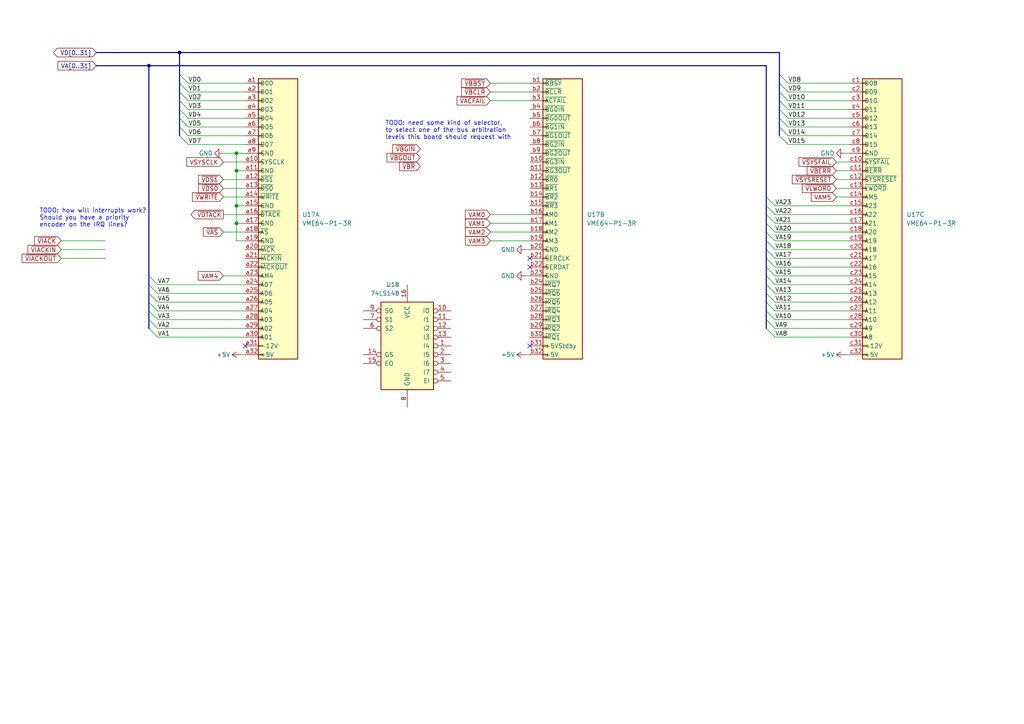
<source format=kicad_sch>
(kicad_sch (version 20231120) (generator "eeschema") (generator_version "8.0")
  (paper "A4")
  (title_block (title "k30-VME32") (rev "1"))
  (lib_symbols
    (symbol "74xx:74LS148" (pin_names (offset 1.016))
      (property "Reference" "U" (at -7.62 13.97 0))
      (property "Value" "74LS148" (at -7.62 -13.97 0))
      (symbol "74LS148_1_0"
        (pin input inverted (at -12.7 0 0) (length 5.08) (name "I4") (number "1"))
        (pin input inverted (at -12.7 10.16 0) (length 5.08) (name "IO") (number "10"))
        (pin input inverted (at -12.7 7.62 0) (length 5.08) (name "I1") (number "11"))
        (pin input inverted (at -12.7 5.08 0) (length 5.08) (name "I2") (number "12"))
        (pin input inverted (at -12.7 2.54 0) (length 5.08) (name "I3") (number "13"))
        (pin output inverted (at 12.7 -2.54 180) (length 5.08) (name "GS") (number "14"))
        (pin output inverted (at 12.7 -5.08 180) (length 5.08) (name "EO") (number "15"))
        (pin power_in line (at 0 17.78 270) (length 5.08) (name "VCC") (number "16"))
        (pin input inverted (at -12.7 -2.54 0) (length 5.08) (name "I5") (number "2"))
        (pin input inverted (at -12.7 -5.08 0) (length 5.08) (name "I6") (number "3"))
        (pin input inverted (at -12.7 -7.62 0) (length 5.08) (name "I7") (number "4"))
        (pin input inverted (at -12.7 -10.16 0) (length 5.08) (name "EI") (number "5"))
        (pin output inverted (at 12.7 5.08 180) (length 5.08) (name "S2") (number "6"))
        (pin output inverted (at 12.7 7.62 180) (length 5.08) (name "S1") (number "7"))
        (pin power_in line (at 0 -17.78 90) (length 5.08) (name "GND") (number "8"))
        (pin output inverted (at 12.7 10.16 180) (length 5.08) (name "S0") (number "9"))
      )
      (symbol "74LS148_1_1"
        (rectangle (start -7.62 12.7) (end 7.62 -12.7) (stroke (width 0.254)) (fill (type background)))
      )
    )
    (symbol "Computie_Connectors:VME64-P1-3R"
      (property "Reference" "U" (at 0 40.64 0))
      (property "Value" "VME64-P1-3R" (at 0 40.64 0))
      (symbol "VME64-P1-3R_1_1"
        (rectangle (start -1.27 -40.513) (end 0 -40.767) (stroke (width 0.1524)))
        (rectangle (start -1.27 -37.973) (end 0 -38.227) (stroke (width 0.1524)))
        (rectangle (start -1.27 -35.433) (end 0 -35.687) (stroke (width 0.1524)))
        (rectangle (start -1.27 -32.893) (end 0 -33.147) (stroke (width 0.1524)))
        (rectangle (start -1.27 -30.353) (end 0 -30.607) (stroke (width 0.1524)))
        (rectangle (start -1.27 -27.813) (end 0 -28.067) (stroke (width 0.1524)))
        (rectangle (start -1.27 -25.273) (end 0 -25.527) (stroke (width 0.1524)))
        (rectangle (start -1.27 -22.733) (end 0 -22.987) (stroke (width 0.1524)))
        (rectangle (start -1.27 -20.193) (end 0 -20.447) (stroke (width 0.1524)))
        (rectangle (start -1.27 -17.653) (end 0 -17.907) (stroke (width 0.1524)))
        (rectangle (start -1.27 -15.113) (end 0 -15.367) (stroke (width 0.1524)))
        (rectangle (start -1.27 -12.573) (end 0 -12.827) (stroke (width 0.1524)))
        (rectangle (start -1.27 -10.033) (end 0 -10.287) (stroke (width 0.1524)))
        (rectangle (start -1.27 -7.493) (end 0 -7.747) (stroke (width 0.1524)))
        (rectangle (start -1.27 -4.953) (end 0 -5.207) (stroke (width 0.1524)))
        (rectangle (start -1.27 -2.413) (end 0 -2.667) (stroke (width 0.1524)))
        (rectangle (start -1.27 0.127) (end 0 -0.127) (stroke (width 0.1524)))
        (rectangle (start -1.27 2.667) (end 0 2.413) (stroke (width 0.1524)))
        (rectangle (start -1.27 5.207) (end 0 4.953) (stroke (width 0.1524)))
        (rectangle (start -1.27 7.747) (end 0 7.493) (stroke (width 0.1524)))
        (rectangle (start -1.27 10.287) (end 0 10.033) (stroke (width 0.1524)))
        (rectangle (start -1.27 12.827) (end 0 12.573) (stroke (width 0.1524)))
        (rectangle (start -1.27 15.367) (end 0 15.113) (stroke (width 0.1524)))
        (rectangle (start -1.27 17.907) (end 0 17.653) (stroke (width 0.1524)))
        (rectangle (start -1.27 20.447) (end 0 20.193) (stroke (width 0.1524)))
        (rectangle (start -1.27 22.987) (end 0 22.733) (stroke (width 0.1524)))
        (rectangle (start -1.27 25.527) (end 0 25.273) (stroke (width 0.1524)))
        (rectangle (start -1.27 28.067) (end 0 27.813) (stroke (width 0.1524)))
        (rectangle (start -1.27 30.607) (end 0 30.353) (stroke (width 0.1524)))
        (rectangle (start -1.27 33.147) (end 0 32.893) (stroke (width 0.1524)))
        (rectangle (start -1.27 35.687) (end 0 35.433) (stroke (width 0.1524)))
        (rectangle (start -1.27 38.227) (end 0 37.973) (stroke (width 0.1524)))
        (rectangle (start -1.27 39.37) (end 10.16 -41.91) (stroke (width 0.254)) (fill (type background)))
        (pin bidirectional line (at -5.08 38.1 0) (length 3.81) (name "D00") (number "a1"))
        (pin output line (at -5.08 15.24 0) (length 3.81) (name "SYSCLK") (number "a10"))
        (pin power_out line (at -5.08 12.7 0) (length 3.81) (name "GND") (number "a11"))
        (pin bidirectional line (at -5.08 10.16 0) (length 3.81) (name "~{DS1}") (number "a12"))
        (pin bidirectional line (at -5.08 7.62 0) (length 3.81) (name "~{DS0}") (number "a13"))
        (pin bidirectional line (at -5.08 5.08 0) (length 3.81) (name "~{WRITE}") (number "a14"))
        (pin power_out line (at -5.08 2.54 0) (length 3.81) (name "GND") (number "a15"))
        (pin bidirectional line (at -5.08 0 0) (length 3.81) (name "~{DTACK}") (number "a16"))
        (pin power_out line (at -5.08 -2.54 0) (length 3.81) (name "GND") (number "a17"))
        (pin bidirectional line (at -5.08 -5.08 0) (length 3.81) (name "~{AS}") (number "a18"))
        (pin power_out line (at -5.08 -7.62 0) (length 3.81) (name "GND") (number "a19"))
        (pin bidirectional line (at -5.08 35.56 0) (length 3.81) (name "D01") (number "a2"))
        (pin bidirectional line (at -5.08 -10.16 0) (length 3.81) (name "~{IACK}") (number "a20"))
        (pin input line (at -5.08 -12.7 0) (length 3.81) (name "~{IACKIN}") (number "a21"))
        (pin output line (at -5.08 -15.24 0) (length 3.81) (name "~{IACKOUT}") (number "a22"))
        (pin bidirectional line (at -5.08 -17.78 0) (length 3.81) (name "AM4") (number "a23"))
        (pin bidirectional line (at -5.08 -20.32 0) (length 3.81) (name "A07") (number "a24"))
        (pin bidirectional line (at -5.08 -22.86 0) (length 3.81) (name "A06") (number "a25"))
        (pin bidirectional line (at -5.08 -25.4 0) (length 3.81) (name "A05") (number "a26"))
        (pin bidirectional line (at -5.08 -27.94 0) (length 3.81) (name "A04") (number "a27"))
        (pin bidirectional line (at -5.08 -30.48 0) (length 3.81) (name "A03") (number "a28"))
        (pin bidirectional line (at -5.08 -33.02 0) (length 3.81) (name "A02") (number "a29"))
        (pin bidirectional line (at -5.08 33.02 0) (length 3.81) (name "D02") (number "a3"))
        (pin bidirectional line (at -5.08 -35.56 0) (length 3.81) (name "A01") (number "a30"))
        (pin power_out line (at -5.08 -38.1 0) (length 3.81) (name "-12V") (number "a31"))
        (pin power_out line (at -5.08 -40.64 0) (length 3.81) (name "+5V") (number "a32"))
        (pin bidirectional line (at -5.08 30.48 0) (length 3.81) (name "D03") (number "a4"))
        (pin bidirectional line (at -5.08 27.94 0) (length 3.81) (name "D04") (number "a5"))
        (pin bidirectional line (at -5.08 25.4 0) (length 3.81) (name "D05") (number "a6"))
        (pin bidirectional line (at -5.08 22.86 0) (length 3.81) (name "D06") (number "a7"))
        (pin bidirectional line (at -5.08 20.32 0) (length 3.81) (name "D07") (number "a8"))
        (pin power_out line (at -5.08 17.78 0) (length 3.81) (name "GND") (number "a9"))
      )
      (symbol "VME64-P1-3R_2_1"
        (rectangle (start -1.27 -40.513) (end 0 -40.767) (stroke (width 0.1524)))
        (rectangle (start -1.27 -37.973) (end 0 -38.227) (stroke (width 0.1524)))
        (rectangle (start -1.27 -35.433) (end 0 -35.687) (stroke (width 0.1524)))
        (rectangle (start -1.27 -32.893) (end 0 -33.147) (stroke (width 0.1524)))
        (rectangle (start -1.27 -30.353) (end 0 -30.607) (stroke (width 0.1524)))
        (rectangle (start -1.27 -27.813) (end 0 -28.067) (stroke (width 0.1524)))
        (rectangle (start -1.27 -25.273) (end 0 -25.527) (stroke (width 0.1524)))
        (rectangle (start -1.27 -22.733) (end 0 -22.987) (stroke (width 0.1524)))
        (rectangle (start -1.27 -20.193) (end 0 -20.447) (stroke (width 0.1524)))
        (rectangle (start -1.27 -17.653) (end 0 -17.907) (stroke (width 0.1524)))
        (rectangle (start -1.27 -15.113) (end 0 -15.367) (stroke (width 0.1524)))
        (rectangle (start -1.27 -12.573) (end 0 -12.827) (stroke (width 0.1524)))
        (rectangle (start -1.27 -10.033) (end 0 -10.287) (stroke (width 0.1524)))
        (rectangle (start -1.27 -7.493) (end 0 -7.747) (stroke (width 0.1524)))
        (rectangle (start -1.27 -4.953) (end 0 -5.207) (stroke (width 0.1524)))
        (rectangle (start -1.27 -2.413) (end 0 -2.667) (stroke (width 0.1524)))
        (rectangle (start -1.27 0.127) (end 0 -0.127) (stroke (width 0.1524)))
        (rectangle (start -1.27 2.667) (end 0 2.413) (stroke (width 0.1524)))
        (rectangle (start -1.27 5.207) (end 0 4.953) (stroke (width 0.1524)))
        (rectangle (start -1.27 7.747) (end 0 7.493) (stroke (width 0.1524)))
        (rectangle (start -1.27 10.287) (end 0 10.033) (stroke (width 0.1524)))
        (rectangle (start -1.27 12.827) (end 0 12.573) (stroke (width 0.1524)))
        (rectangle (start -1.27 15.367) (end 0 15.113) (stroke (width 0.1524)))
        (rectangle (start -1.27 17.907) (end 0 17.653) (stroke (width 0.1524)))
        (rectangle (start -1.27 20.447) (end 0 20.193) (stroke (width 0.1524)))
        (rectangle (start -1.27 22.987) (end 0 22.733) (stroke (width 0.1524)))
        (rectangle (start -1.27 25.527) (end 0 25.273) (stroke (width 0.1524)))
        (rectangle (start -1.27 28.067) (end 0 27.813) (stroke (width 0.1524)))
        (rectangle (start -1.27 30.607) (end 0 30.353) (stroke (width 0.1524)))
        (rectangle (start -1.27 33.147) (end 0 32.893) (stroke (width 0.1524)))
        (rectangle (start -1.27 35.687) (end 0 35.433) (stroke (width 0.1524)))
        (rectangle (start -1.27 38.227) (end 0 37.973) (stroke (width 0.1524)))
        (rectangle (start -1.27 39.37) (end 10.16 -41.91) (stroke (width 0.254)) (fill (type background)))
        (pin bidirectional line (at -5.08 38.1 0) (length 3.81) (name "~{BBSY}") (number "b1"))
        (pin input line (at -5.08 15.24 0) (length 3.81) (name "~{BG3IN}") (number "b10"))
        (pin output line (at -5.08 12.7 0) (length 3.81) (name "~{BG3OUT}") (number "b11"))
        (pin bidirectional line (at -5.08 10.16 0) (length 3.81) (name "~{BR0}") (number "b12"))
        (pin bidirectional line (at -5.08 7.62 0) (length 3.81) (name "~{BR1}") (number "b13"))
        (pin bidirectional line (at -5.08 5.08 0) (length 3.81) (name "~{BR2}") (number "b14"))
        (pin bidirectional line (at -5.08 2.54 0) (length 3.81) (name "~{BR3}") (number "b15"))
        (pin bidirectional line (at -5.08 0 0) (length 3.81) (name "AM0") (number "b16"))
        (pin bidirectional line (at -5.08 -2.54 0) (length 3.81) (name "AM1") (number "b17"))
        (pin bidirectional line (at -5.08 -5.08 0) (length 3.81) (name "AM2") (number "b18"))
        (pin bidirectional line (at -5.08 -7.62 0) (length 3.81) (name "AM3") (number "b19"))
        (pin bidirectional line (at -5.08 35.56 0) (length 3.81) (name "~{BCLR}") (number "b2"))
        (pin power_out line (at -5.08 -10.16 0) (length 3.81) (name "GND") (number "b20"))
        (pin bidirectional line (at -5.08 -12.7 0) (length 3.81) (name "SERCLK") (number "b21"))
        (pin bidirectional line (at -5.08 -15.24 0) (length 3.81) (name "SERDAT") (number "b22"))
        (pin power_out line (at -5.08 -17.78 0) (length 3.81) (name "GND") (number "b23"))
        (pin bidirectional line (at -5.08 -20.32 0) (length 3.81) (name "~{IRQ7}") (number "b24"))
        (pin bidirectional line (at -5.08 -22.86 0) (length 3.81) (name "~{IRQ6}") (number "b25"))
        (pin bidirectional line (at -5.08 -25.4 0) (length 3.81) (name "~{IRQ5}") (number "b26"))
        (pin bidirectional line (at -5.08 -27.94 0) (length 3.81) (name "~{IRQ4}") (number "b27"))
        (pin bidirectional line (at -5.08 -30.48 0) (length 3.81) (name "~{IRQ3}") (number "b28"))
        (pin bidirectional line (at -5.08 -33.02 0) (length 3.81) (name "~{IRQ2}") (number "b29"))
        (pin output line (at -5.08 33.02 0) (length 3.81) (name "~{ACFAIL}") (number "b3"))
        (pin bidirectional line (at -5.08 -35.56 0) (length 3.81) (name "~{IRQ1}") (number "b30"))
        (pin power_out line (at -5.08 -38.1 0) (length 3.81) (name "+5VStdby") (number "b31"))
        (pin power_out line (at -5.08 -40.64 0) (length 3.81) (name "+5V") (number "b32"))
        (pin input line (at -5.08 30.48 0) (length 3.81) (name "~{BG0IN}") (number "b4"))
        (pin output line (at -5.08 27.94 0) (length 3.81) (name "~{BG0OUT}") (number "b5"))
        (pin input line (at -5.08 25.4 0) (length 3.81) (name "~{BG1IN}") (number "b6"))
        (pin output line (at -5.08 22.86 0) (length 3.81) (name "~{BG1OUT}") (number "b7"))
        (pin input line (at -5.08 20.32 0) (length 3.81) (name "~{BG2IN}") (number "b8"))
        (pin output line (at -5.08 17.78 0) (length 3.81) (name "~{BG2OUT}") (number "b9"))
      )
      (symbol "VME64-P1-3R_3_1"
        (rectangle (start -1.27 -40.513) (end 0 -40.767) (stroke (width 0.1524)))
        (rectangle (start -1.27 -37.973) (end 0 -38.227) (stroke (width 0.1524)))
        (rectangle (start -1.27 -35.433) (end 0 -35.687) (stroke (width 0.1524)))
        (rectangle (start -1.27 -32.893) (end 0 -33.147) (stroke (width 0.1524)))
        (rectangle (start -1.27 -30.353) (end 0 -30.607) (stroke (width 0.1524)))
        (rectangle (start -1.27 -27.813) (end 0 -28.067) (stroke (width 0.1524)))
        (rectangle (start -1.27 -25.273) (end 0 -25.527) (stroke (width 0.1524)))
        (rectangle (start -1.27 -22.733) (end 0 -22.987) (stroke (width 0.1524)))
        (rectangle (start -1.27 -20.193) (end 0 -20.447) (stroke (width 0.1524)))
        (rectangle (start -1.27 -17.653) (end 0 -17.907) (stroke (width 0.1524)))
        (rectangle (start -1.27 -15.113) (end 0 -15.367) (stroke (width 0.1524)))
        (rectangle (start -1.27 -12.573) (end 0 -12.827) (stroke (width 0.1524)))
        (rectangle (start -1.27 -10.033) (end 0 -10.287) (stroke (width 0.1524)))
        (rectangle (start -1.27 -7.493) (end 0 -7.747) (stroke (width 0.1524)))
        (rectangle (start -1.27 -4.953) (end 0 -5.207) (stroke (width 0.1524)))
        (rectangle (start -1.27 -2.413) (end 0 -2.667) (stroke (width 0.1524)))
        (rectangle (start -1.27 0.127) (end 0 -0.127) (stroke (width 0.1524)))
        (rectangle (start -1.27 2.667) (end 0 2.413) (stroke (width 0.1524)))
        (rectangle (start -1.27 5.207) (end 0 4.953) (stroke (width 0.1524)))
        (rectangle (start -1.27 7.747) (end 0 7.493) (stroke (width 0.1524)))
        (rectangle (start -1.27 10.287) (end 0 10.033) (stroke (width 0.1524)))
        (rectangle (start -1.27 12.827) (end 0 12.573) (stroke (width 0.1524)))
        (rectangle (start -1.27 15.367) (end 0 15.113) (stroke (width 0.1524)))
        (rectangle (start -1.27 17.907) (end 0 17.653) (stroke (width 0.1524)))
        (rectangle (start -1.27 20.447) (end 0 20.193) (stroke (width 0.1524)))
        (rectangle (start -1.27 22.987) (end 0 22.733) (stroke (width 0.1524)))
        (rectangle (start -1.27 25.527) (end 0 25.273) (stroke (width 0.1524)))
        (rectangle (start -1.27 28.067) (end 0 27.813) (stroke (width 0.1524)))
        (rectangle (start -1.27 30.607) (end 0 30.353) (stroke (width 0.1524)))
        (rectangle (start -1.27 33.147) (end 0 32.893) (stroke (width 0.1524)))
        (rectangle (start -1.27 35.687) (end 0 35.433) (stroke (width 0.1524)))
        (rectangle (start -1.27 38.227) (end 0 37.973) (stroke (width 0.1524)))
        (rectangle (start -1.27 39.37) (end 10.16 -41.91) (stroke (width 0.254)) (fill (type background)))
        (pin bidirectional line (at -5.08 38.1 0) (length 3.81) (name "D08") (number "c1"))
        (pin bidirectional line (at -5.08 15.24 0) (length 3.81) (name "~{SYSFAIL}") (number "c10"))
        (pin bidirectional line (at -5.08 12.7 0) (length 3.81) (name "~{BERR}") (number "c11"))
        (pin bidirectional line (at -5.08 10.16 0) (length 3.81) (name "~{SYSRESET}") (number "c12"))
        (pin bidirectional line (at -5.08 7.62 0) (length 3.81) (name "~{LWORD}") (number "c13"))
        (pin bidirectional line (at -5.08 5.08 0) (length 3.81) (name "AM5") (number "c14"))
        (pin bidirectional line (at -5.08 2.54 0) (length 3.81) (name "A23") (number "c15"))
        (pin bidirectional line (at -5.08 0 0) (length 3.81) (name "A22") (number "c16"))
        (pin bidirectional line (at -5.08 -2.54 0) (length 3.81) (name "A21") (number "c17"))
        (pin bidirectional line (at -5.08 -5.08 0) (length 3.81) (name "A20") (number "c18"))
        (pin bidirectional line (at -5.08 -7.62 0) (length 3.81) (name "A19") (number "c19"))
        (pin bidirectional line (at -5.08 35.56 0) (length 3.81) (name "D09") (number "c2"))
        (pin bidirectional line (at -5.08 -10.16 0) (length 3.81) (name "A18") (number "c20"))
        (pin bidirectional line (at -5.08 -12.7 0) (length 3.81) (name "A17") (number "c21"))
        (pin bidirectional line (at -5.08 -15.24 0) (length 3.81) (name "A16") (number "c22"))
        (pin bidirectional line (at -5.08 -17.78 0) (length 3.81) (name "A15") (number "c23"))
        (pin bidirectional line (at -5.08 -20.32 0) (length 3.81) (name "A14") (number "c24"))
        (pin bidirectional line (at -5.08 -22.86 0) (length 3.81) (name "A13") (number "c25"))
        (pin bidirectional line (at -5.08 -25.4 0) (length 3.81) (name "A12") (number "c26"))
        (pin bidirectional line (at -5.08 -27.94 0) (length 3.81) (name "A11") (number "c27"))
        (pin bidirectional line (at -5.08 -30.48 0) (length 3.81) (name "A10") (number "c28"))
        (pin bidirectional line (at -5.08 -33.02 0) (length 3.81) (name "A9") (number "c29"))
        (pin bidirectional line (at -5.08 33.02 0) (length 3.81) (name "D10") (number "c3"))
        (pin bidirectional line (at -5.08 -35.56 0) (length 3.81) (name "A8") (number "c30"))
        (pin power_out line (at -5.08 -38.1 0) (length 3.81) (name "+12V") (number "c31"))
        (pin power_out line (at -5.08 -40.64 0) (length 3.81) (name "+5V") (number "c32"))
        (pin bidirectional line (at -5.08 30.48 0) (length 3.81) (name "D11") (number "c4"))
        (pin bidirectional line (at -5.08 27.94 0) (length 3.81) (name "D12") (number "c5"))
        (pin bidirectional line (at -5.08 25.4 0) (length 3.81) (name "D13") (number "c6"))
        (pin bidirectional line (at -5.08 22.86 0) (length 3.81) (name "D14") (number "c7"))
        (pin bidirectional line (at -5.08 20.32 0) (length 3.81) (name "D15") (number "c8"))
        (pin power_out line (at -5.08 17.78 0) (length 3.81) (name "GND") (number "c9"))
      )
    )
    (symbol "power:+5V" (power) (pin_names (offset 0))
      (property "Value" "+5V" (at 0 3.556 0))
      (symbol "+5V_0_1"
        (polyline (pts (xy -0.762 1.27) (xy 0 2.54)))
        (polyline (pts (xy 0 0) (xy 0 2.54)))
        (polyline (pts (xy 0 2.54) (xy 0.762 1.27)))
      )
      (symbol "+5V_1_1"
        (pin power_in line (at 0 0 90) (length 0) hide (name "+5V") (number "1"))
      )
    )
    (symbol "power:GND" (power) (pin_names (offset 0))
      (property "Value" "GND" (at 0 -3.81 0))
      (symbol "GND_0_1"
        (polyline (pts (xy 0 0) (xy 0 -1.27) (xy 1.27 -1.27) (xy 0 -2.54) (xy -1.27 -1.27) (xy 0 -1.27)))
      )
      (symbol "GND_1_1"
        (pin power_in line (at 0 0 270) (length 0) hide (name "GND") (number "1"))
      )
    )
  )
  (junction (at 68.58 59.69))
  (junction (at 68.58 64.77))
  (junction (at 68.58 49.53))
  (junction (at 68.58 44.45))
  (junction (at 52.07 15.24))
  (junction (at 43.18 19.05))
  (no_connect (at 153.67 77.47))
  (no_connect (at 71.12 100.33))
  (no_connect (at 153.67 100.33))
  (no_connect (at 153.67 74.93))
  (bus_entry (at 228.6 24.13) (size -2.54 -2.54))
  (bus_entry (at 228.6 41.91) (size -2.54 -2.54))
  (bus_entry (at 54.61 36.83) (size -2.54 -2.54))
  (bus_entry (at 45.72 85.09) (size -2.54 -2.54))
  (bus_entry (at 45.72 95.25) (size -2.54 -2.54))
  (bus_entry (at 224.79 62.23) (size -2.54 -2.54))
  (bus_entry (at 224.79 90.17) (size -2.54 -2.54))
  (bus_entry (at 45.72 82.55) (size -2.54 -2.54))
  (bus_entry (at 224.79 59.69) (size -2.54 -2.54))
  (bus_entry (at 224.79 95.25) (size -2.54 -2.54))
  (bus_entry (at 224.79 74.93) (size -2.54 -2.54))
  (bus_entry (at 224.79 64.77) (size -2.54 -2.54))
  (bus_entry (at 228.6 39.37) (size -2.54 -2.54))
  (bus_entry (at 224.79 69.85) (size -2.54 -2.54))
  (bus_entry (at 228.6 34.29) (size -2.54 -2.54))
  (bus_entry (at 224.79 67.31) (size -2.54 -2.54))
  (bus_entry (at 45.72 92.71) (size -2.54 -2.54))
  (bus_entry (at 54.61 24.13) (size -2.54 -2.54))
  (bus_entry (at 228.6 29.21) (size -2.54 -2.54))
  (bus_entry (at 54.61 39.37) (size -2.54 -2.54))
  (bus_entry (at 224.79 97.79) (size -2.54 -2.54))
  (bus_entry (at 54.61 41.91) (size -2.54 -2.54))
  (bus_entry (at 45.72 87.63) (size -2.54 -2.54))
  (bus_entry (at 54.61 31.75) (size -2.54 -2.54))
  (bus_entry (at 45.72 90.17) (size -2.54 -2.54))
  (bus_entry (at 54.61 34.29) (size -2.54 -2.54))
  (bus_entry (at 224.79 77.47) (size -2.54 -2.54))
  (bus_entry (at 228.6 36.83) (size -2.54 -2.54))
  (bus_entry (at 224.79 80.01) (size -2.54 -2.54))
  (bus_entry (at 224.79 72.39) (size -2.54 -2.54))
  (bus_entry (at 54.61 26.67) (size -2.54 -2.54))
  (bus_entry (at 224.79 87.63) (size -2.54 -2.54))
  (bus_entry (at 224.79 85.09) (size -2.54 -2.54))
  (bus_entry (at 45.72 97.79) (size -2.54 -2.54))
  (bus_entry (at 228.6 26.67) (size -2.54 -2.54))
  (bus_entry (at 228.6 31.75) (size -2.54 -2.54))
  (bus_entry (at 224.79 92.71) (size -2.54 -2.54))
  (bus_entry (at 54.61 29.21) (size -2.54 -2.54))
  (bus_entry (at 224.79 82.55) (size -2.54 -2.54))
  (wire (pts (xy 54.61 39.37) (xy 71.12 39.37)))
  (wire (pts (xy 64.77 46.99) (xy 71.12 46.99)))
  (wire (pts (xy 69.85 102.87) (xy 71.12 102.87)))
  (wire (pts (xy 68.58 44.45) (xy 68.58 49.53)))
  (wire (pts (xy 224.79 62.23) (xy 246.38 62.23)))
  (bus (pts (xy 222.25 19.05) (xy 222.25 57.15)))
  (bus (pts (xy 226.06 31.75) (xy 226.06 34.29)))
  (wire (pts (xy 71.12 44.45) (xy 68.58 44.45)))
  (wire (pts (xy 142.24 24.13) (xy 153.67 24.13)))
  (wire (pts (xy 64.77 44.45) (xy 68.58 44.45)))
  (bus (pts (xy 52.07 21.59) (xy 52.07 24.13)))
  (wire (pts (xy 68.58 59.69) (xy 71.12 59.69)))
  (bus (pts (xy 222.25 87.63) (xy 222.25 90.17)))
  (bus (pts (xy 222.25 90.17) (xy 222.25 92.71)))
  (bus (pts (xy 222.25 82.55) (xy 222.25 85.09)))
  (wire (pts (xy 242.57 57.15) (xy 246.38 57.15)))
  (wire (pts (xy 228.6 39.37) (xy 246.38 39.37)))
  (wire (pts (xy 224.79 69.85) (xy 246.38 69.85)))
  (wire (pts (xy 224.79 92.71) (xy 246.38 92.71)))
  (wire (pts (xy 68.58 69.85) (xy 71.12 69.85)))
  (wire (pts (xy 224.79 85.09) (xy 246.38 85.09)))
  (bus (pts (xy 52.07 15.24) (xy 52.07 21.59)))
  (wire (pts (xy 224.79 67.31) (xy 246.38 67.31)))
  (wire (pts (xy 224.79 72.39) (xy 246.38 72.39)))
  (wire (pts (xy 30.48 72.39) (xy 17.78 72.39)))
  (bus (pts (xy 222.25 80.01) (xy 222.25 82.55)))
  (wire (pts (xy 245.11 102.87) (xy 246.38 102.87)))
  (wire (pts (xy 242.57 46.99) (xy 246.38 46.99)))
  (bus (pts (xy 27.94 15.24) (xy 52.07 15.24)))
  (bus (pts (xy 222.25 64.77) (xy 222.25 67.31)))
  (bus (pts (xy 52.07 24.13) (xy 52.07 26.67)))
  (wire (pts (xy 64.77 67.31) (xy 71.12 67.31)))
  (wire (pts (xy 68.58 64.77) (xy 68.58 69.85)))
  (wire (pts (xy 228.6 41.91) (xy 246.38 41.91)))
  (bus (pts (xy 43.18 95.25) (xy 43.18 92.71)))
  (wire (pts (xy 64.77 54.61) (xy 71.12 54.61)))
  (wire (pts (xy 228.6 24.13) (xy 246.38 24.13)))
  (wire (pts (xy 45.72 92.71) (xy 71.12 92.71)))
  (wire (pts (xy 242.57 52.07) (xy 246.38 52.07)))
  (bus (pts (xy 52.07 26.67) (xy 52.07 29.21)))
  (wire (pts (xy 45.72 90.17) (xy 71.12 90.17)))
  (wire (pts (xy 45.72 85.09) (xy 71.12 85.09)))
  (wire (pts (xy 54.61 41.91) (xy 71.12 41.91)))
  (wire (pts (xy 64.77 57.15) (xy 71.12 57.15)))
  (wire (pts (xy 142.24 26.67) (xy 153.67 26.67)))
  (wire (pts (xy 152.4 80.01) (xy 153.67 80.01)))
  (wire (pts (xy 228.6 34.29) (xy 246.38 34.29)))
  (bus (pts (xy 43.18 90.17) (xy 43.18 87.63)))
  (bus (pts (xy 226.06 29.21) (xy 226.06 31.75)))
  (wire (pts (xy 142.24 69.85) (xy 153.67 69.85)))
  (wire (pts (xy 224.79 74.93) (xy 246.38 74.93)))
  (bus (pts (xy 222.25 72.39) (xy 222.25 74.93)))
  (wire (pts (xy 64.77 80.01) (xy 71.12 80.01)))
  (wire (pts (xy 152.4 72.39) (xy 153.67 72.39)))
  (wire (pts (xy 30.48 69.85) (xy 17.78 69.85)))
  (wire (pts (xy 224.79 80.01) (xy 246.38 80.01)))
  (wire (pts (xy 45.72 82.55) (xy 71.12 82.55)))
  (bus (pts (xy 226.06 15.24) (xy 226.06 21.59)))
  (wire (pts (xy 224.79 90.17) (xy 246.38 90.17)))
  (wire (pts (xy 64.77 52.07) (xy 71.12 52.07)))
  (wire (pts (xy 71.12 64.77) (xy 68.58 64.77)))
  (wire (pts (xy 152.4 102.87) (xy 153.67 102.87)))
  (wire (pts (xy 228.6 36.83) (xy 246.38 36.83)))
  (bus (pts (xy 52.07 36.83) (xy 52.07 39.37)))
  (wire (pts (xy 246.38 44.45) (xy 245.11 44.45)))
  (bus (pts (xy 43.18 19.05) (xy 222.25 19.05)))
  (wire (pts (xy 54.61 31.75) (xy 71.12 31.75)))
  (bus (pts (xy 222.25 57.15) (xy 222.25 59.69)))
  (wire (pts (xy 224.79 87.63) (xy 246.38 87.63)))
  (bus (pts (xy 43.18 92.71) (xy 43.18 90.17)))
  (wire (pts (xy 242.57 54.61) (xy 246.38 54.61)))
  (wire (pts (xy 228.6 26.67) (xy 246.38 26.67)))
  (wire (pts (xy 224.79 95.25) (xy 246.38 95.25)))
  (bus (pts (xy 43.18 82.55) (xy 43.18 85.09)))
  (wire (pts (xy 71.12 49.53) (xy 68.58 49.53)))
  (wire (pts (xy 142.24 64.77) (xy 153.67 64.77)))
  (wire (pts (xy 45.72 87.63) (xy 71.12 87.63)))
  (wire (pts (xy 228.6 31.75) (xy 246.38 31.75)))
  (bus (pts (xy 43.18 87.63) (xy 43.18 85.09)))
  (bus (pts (xy 226.06 34.29) (xy 226.06 36.83)))
  (bus (pts (xy 222.25 69.85) (xy 222.25 72.39)))
  (wire (pts (xy 54.61 29.21) (xy 71.12 29.21)))
  (wire (pts (xy 224.79 82.55) (xy 246.38 82.55)))
  (bus (pts (xy 222.25 74.93) (xy 222.25 77.47)))
  (wire (pts (xy 142.24 67.31) (xy 153.67 67.31)))
  (wire (pts (xy 54.61 26.67) (xy 71.12 26.67)))
  (wire (pts (xy 142.24 62.23) (xy 153.67 62.23)))
  (wire (pts (xy 224.79 77.47) (xy 246.38 77.47)))
  (wire (pts (xy 54.61 36.83) (xy 71.12 36.83)))
  (bus (pts (xy 52.07 31.75) (xy 52.07 34.29)))
  (bus (pts (xy 52.07 15.24) (xy 226.06 15.24)))
  (bus (pts (xy 222.25 77.47) (xy 222.25 80.01)))
  (bus (pts (xy 43.18 80.01) (xy 43.18 82.55)))
  (wire (pts (xy 228.6 29.21) (xy 246.38 29.21)))
  (bus (pts (xy 222.25 59.69) (xy 222.25 62.23)))
  (wire (pts (xy 64.77 62.23) (xy 71.12 62.23)))
  (bus (pts (xy 222.25 92.71) (xy 222.25 95.25)))
  (wire (pts (xy 45.72 95.25) (xy 71.12 95.25)))
  (bus (pts (xy 52.07 29.21) (xy 52.07 31.75)))
  (bus (pts (xy 222.25 62.23) (xy 222.25 64.77)))
  (wire (pts (xy 242.57 49.53) (xy 246.38 49.53)))
  (bus (pts (xy 226.06 26.67) (xy 226.06 29.21)))
  (wire (pts (xy 68.58 59.69) (xy 68.58 64.77)))
  (wire (pts (xy 54.61 24.13) (xy 71.12 24.13)))
  (wire (pts (xy 142.24 29.21) (xy 153.67 29.21)))
  (bus (pts (xy 43.18 19.05) (xy 43.18 80.01)))
  (wire (pts (xy 224.79 64.77) (xy 246.38 64.77)))
  (bus (pts (xy 222.25 67.31) (xy 222.25 69.85)))
  (wire (pts (xy 30.48 74.93) (xy 17.78 74.93)))
  (bus (pts (xy 226.06 24.13) (xy 226.06 26.67)))
  (bus (pts (xy 222.25 85.09) (xy 222.25 87.63)))
  (wire (pts (xy 224.79 97.79) (xy 246.38 97.79)))
  (wire (pts (xy 45.72 97.79) (xy 71.12 97.79)))
  (bus (pts (xy 226.06 36.83) (xy 226.06 39.37)))
  (bus (pts (xy 226.06 21.59) (xy 226.06 24.13)))
  (wire (pts (xy 68.58 49.53) (xy 68.58 59.69)))
  (bus (pts (xy 52.07 34.29) (xy 52.07 36.83)))
  (wire (pts (xy 224.79 59.69) (xy 246.38 59.69)))
  (wire (pts (xy 54.61 34.29) (xy 71.12 34.29)))
  (bus (pts (xy 27.94 19.05) (xy 43.18 19.05)))
  (text "TODO: need some kind of selector,\nto select one of the bus arbitration\nlevels this board should request with" (at 111.76 40.64 0) (effects (font (size 1.27 1.27)) (justify left bottom)))
  (text "TODO: how will interrupts work?\nShould you have a priority\nencoder on the IRQ lines?" (at 11.43 66.04 0) (effects (font (size 1.27 1.27)) (justify left bottom)))
  (label "VD12" (at 228.6 34.29 0))
  (label "VA17" (at 224.79 74.93 0))
  (label "VD11" (at 228.6 31.75 0))
  (label "VD13" (at 228.6 36.83 0))
  (label "VA13" (at 224.79 85.09 0))
  (label "VA4" (at 45.72 90.17 0))
  (label "VA2" (at 45.72 95.25 0))
  (label "VA11" (at 224.79 90.17 0))
  (label "VD6" (at 54.61 39.37 0))
  (label "VD2" (at 54.61 29.21 0))
  (label "VD4" (at 54.61 34.29 0))
  (label "VA8" (at 224.79 97.79 0))
  (label "VA6" (at 45.72 85.09 0))
  (label "VA19" (at 224.79 69.85 0))
  (label "VA1" (at 45.72 97.79 0))
  (label "VA12" (at 224.79 87.63 0))
  (label "VA21" (at 224.79 64.77 0))
  (label "VD7" (at 54.61 41.91 0))
  (label "VA16" (at 224.79 77.47 0))
  (label "VA18" (at 224.79 72.39 0))
  (label "VD3" (at 54.61 31.75 0))
  (label "VD5" (at 54.61 36.83 0))
  (label "VA20" (at 224.79 67.31 0))
  (label "VD15" (at 228.6 41.91 0))
  (label "VA3" (at 45.72 92.71 0))
  (label "VA9" (at 224.79 95.25 0))
  (label "VA22" (at 224.79 62.23 0))
  (label "VA14" (at 224.79 82.55 0))
  (label "VA23" (at 224.79 59.69 0))
  (label "VD10" (at 228.6 29.21 0))
  (label "VD9" (at 228.6 26.67 0))
  (label "VD8" (at 228.6 24.13 0))
  (label "VA10" (at 224.79 92.71 0))
  (label "VD0" (at 54.61 24.13 0))
  (label "VD14" (at 228.6 39.37 0))
  (label "VD1" (at 54.61 26.67 0))
  (label "VA7" (at 45.72 82.55 0))
  (label "VA15" (at 224.79 80.01 0))
  (label "VA5" (at 45.72 87.63 0))
  (global_label "~{VWRITE}" (shape input) (at 64.77 57.15 180) (property "Intersheetrefs" "${INTERSHEET_REFS}" (effects (hide yes))))
  (global_label "~{VSYSFAIL}" (shape input) (at 242.57 46.99 180) (property "Intersheetrefs" "${INTERSHEET_REFS}" (effects (hide yes))))
  (global_label "VD[0..31]" (shape bidirectional) (at 27.94 15.24 180) (property "Intersheetrefs" "${INTERSHEET_REFS}" (effects (hide yes))))
  (global_label "VAM2" (shape input) (at 142.24 67.31 180) (property "Intersheetrefs" "${INTERSHEET_REFS}" (effects (hide yes))))
  (global_label "~{VAS}" (shape input) (at 64.77 67.31 180) (property "Intersheetrefs" "${INTERSHEET_REFS}" (effects (hide yes))))
  (global_label "VAM5" (shape input) (at 242.57 57.15 180) (property "Intersheetrefs" "${INTERSHEET_REFS}" (effects (hide yes))))
  (global_label "~{VIACKOUT}" (shape input) (at 17.78 74.93 180) (property "Intersheetrefs" "${INTERSHEET_REFS}" (effects (hide yes))))
  (global_label "VAM3" (shape input) (at 142.24 69.85 180) (property "Intersheetrefs" "${INTERSHEET_REFS}" (effects (hide yes))))
  (global_label "VSYSCLK" (shape input) (at 64.77 46.99 180) (property "Intersheetrefs" "${INTERSHEET_REFS}" (effects (hide yes))))
  (global_label "~{VBCLR}" (shape input) (at 142.24 26.67 180) (property "Intersheetrefs" "${INTERSHEET_REFS}" (effects (hide yes))))
  (global_label "~{VACFAIL}" (shape input) (at 142.24 29.21 180) (property "Intersheetrefs" "${INTERSHEET_REFS}" (effects (hide yes))))
  (global_label "VAM4" (shape input) (at 64.77 80.01 180) (property "Intersheetrefs" "${INTERSHEET_REFS}" (effects (hide yes))))
  (global_label "~{VBERR}" (shape input) (at 242.57 49.53 180) (property "Intersheetrefs" "${INTERSHEET_REFS}" (effects (hide yes))))
  (global_label "~{VSYSRESET}" (shape input) (at 242.57 52.07 180) (property "Intersheetrefs" "${INTERSHEET_REFS}" (effects (hide yes))))
  (global_label "~{VDS1}" (shape input) (at 64.77 52.07 180) (property "Intersheetrefs" "${INTERSHEET_REFS}" (effects (hide yes))))
  (global_label "~{VDTACK}" (shape output) (at 64.77 62.23 180) (property "Intersheetrefs" "${INTERSHEET_REFS}" (effects (hide yes))))
  (global_label "VAM0" (shape input) (at 142.24 62.23 180) (property "Intersheetrefs" "${INTERSHEET_REFS}" (effects (hide yes))))
  (global_label "~{VBR}" (shape input) (at 121.92 48.26 180) (property "Intersheetrefs" "${INTERSHEET_REFS}" (effects (hide yes))))
  (global_label "VAM1" (shape input) (at 142.24 64.77 180) (property "Intersheetrefs" "${INTERSHEET_REFS}" (effects (hide yes))))
  (global_label "~{VLWORD}" (shape input) (at 242.57 54.61 180) (property "Intersheetrefs" "${INTERSHEET_REFS}" (effects (hide yes))))
  (global_label "~{VDS0}" (shape input) (at 64.77 54.61 180) (property "Intersheetrefs" "${INTERSHEET_REFS}" (effects (hide yes))))
  (global_label "~{VIACKIN}" (shape input) (at 17.78 72.39 180) (property "Intersheetrefs" "${INTERSHEET_REFS}" (effects (hide yes))))
  (global_label "VA[0..31]" (shape input) (at 27.94 19.05 180) (property "Intersheetrefs" "${INTERSHEET_REFS}" (effects (hide yes))))
  (global_label "~{VBBSY}" (shape input) (at 142.24 24.13 180) (property "Intersheetrefs" "${INTERSHEET_REFS}" (effects (hide yes))))
  (global_label "~{VBGOUT}" (shape input) (at 121.92 45.72 180) (property "Intersheetrefs" "${INTERSHEET_REFS}" (effects (hide yes))))
  (global_label "~{VIACK}" (shape input) (at 17.78 69.85 180) (property "Intersheetrefs" "${INTERSHEET_REFS}" (effects (hide yes))))
  (global_label "~{VBGIN}" (shape input) (at 121.92 43.18 180) (property "Intersheetrefs" "${INTERSHEET_REFS}" (effects (hide yes))))
  (symbol (lib_id "power:GND") (at 245.11 44.45 270) (unit 1)
    (property "Reference" "#PWR01" (effects (hide yes)))
    (property "Value" "GND" (at 240.03 44.45 90))
    (property "Description" "Power symbol creates a global label with name \"GND\" , ground" (effects (hide yes)))
  )
  (symbol (lib_id "power:GND") (at 64.77 44.45 270) (unit 1)
    (property "Reference" "#PWR057" (effects (hide yes)))
    (property "Value" "GND" (at 59.69 44.45 90))
    (instances (project "IVC-k30" (path "" (reference "#PWR057") (unit 1)) (path "" (reference "#PWR032") (unit 1))) (project "k30-SBC" (path "" (reference "#PWR032") (unit 1))))
  )
  (symbol (lib_id "power:GND") (at 152.4 80.01 270) (unit 1)
    (property "Reference" "#PWR064" (effects (hide yes)))
    (property "Value" "GND" (at 147.32 80.01 90))
    (instances (project "IVC-k30" (path "" (reference "#PWR064") (unit 1)) (path "" (reference "#PWR032") (unit 1))) (project "k30-SBC" (path "" (reference "#PWR032") (unit 1))))
  )
  (symbol (lib_id "74xx:74LS148") (at 118.11 100.33 0) (mirror y) (unit 1)
    (property "Reference" "U18" (at 115.9159 82.55 0) (effects (justify left)))
    (property "Value" "74LS148" (at 115.9159 85.09 0) (effects (justify left)))
    (property "Datasheet" "http://www.ti.com/lit/gpn/sn74LS148" (effects (hide yes)))
  )
  (symbol (lib_id "power:+5V") (at 152.4 102.87 90) (unit 1)
    (property "Reference" "#PWR050" (effects (hide yes)))
    (property "Value" "+5V" (at 147.32 102.87 90))
    (instances (project "IVC-k30" (path "" (reference "#PWR050") (unit 1)) (path "" (reference "#PWR01") (unit 1))) (project "k30-SBC" (path "" (reference "#PWR01") (unit 1))))
  )
  (symbol (lib_id "power:GND") (at 152.4 72.39 270) (unit 1)
    (property "Reference" "#PWR051" (effects (hide yes)))
    (property "Value" "GND" (at 147.32 72.39 90))
    (instances (project "IVC-k30" (path "" (reference "#PWR051") (unit 1)) (path "" (reference "#PWR032") (unit 1))) (project "k30-SBC" (path "" (reference "#PWR032") (unit 1))))
  )
  (symbol (lib_id "power:+5V") (at 69.85 102.87 90) (unit 1)
    (property "Reference" "#PWR048" (effects (hide yes)))
    (property "Value" "+5V" (at 64.77 102.87 90))
    (instances (project "IVC-k30" (path "" (reference "#PWR048") (unit 1)) (path "" (reference "#PWR01") (unit 1))) (project "k30-SBC" (path "" (reference "#PWR01") (unit 1))))
  )
  (symbol (lib_id "Computie_Connectors:VME64-P1-3R") (at 158.75 62.23 0) (unit 2)
    (property "Reference" "U17" (at 170.18 62.2299 0) (effects (justify left)))
    (property "Value" "VME64-P1-3R" (at 170.18 64.7699 0) (effects (justify left)))
    (property "Description" "VME64 P1 (Board-side Headers), 3 Row DIN41612 Connector" (effects (hide yes)))
  )
  (symbol (lib_id "Computie_Connectors:VME64-P1-3R") (at 251.46 62.23 0) (unit 3)
    (property "Reference" "U17" (at 262.89 62.2299 0) (effects (justify left)))
    (property "Value" "VME64-P1-3R" (at 262.89 64.7699 0) (effects (justify left)))
    (property "Description" "VME64 P1 (Board-side Headers), 3 Row DIN41612 Connector" (effects (hide yes)))
  )
  (symbol (lib_id "Computie_Connectors:VME64-P1-3R") (at 76.2 62.23 0) (unit 1)
    (property "Reference" "U17" (at 87.63 62.2299 0) (effects (justify left)))
    (property "Value" "VME64-P1-3R" (at 87.63 64.7699 0) (effects (justify left)))
    (property "Description" "VME64 P1 (Board-side Headers), 3 Row DIN41612 Connector" (effects (hide yes)))
  )
  (symbol (lib_id "power:+5V") (at 245.11 102.87 90) (unit 1)
    (property "Reference" "#PWR02" (effects (hide yes)))
    (property "Value" "+5V" (at 240.03 102.87 90))
  )
)
</source>
